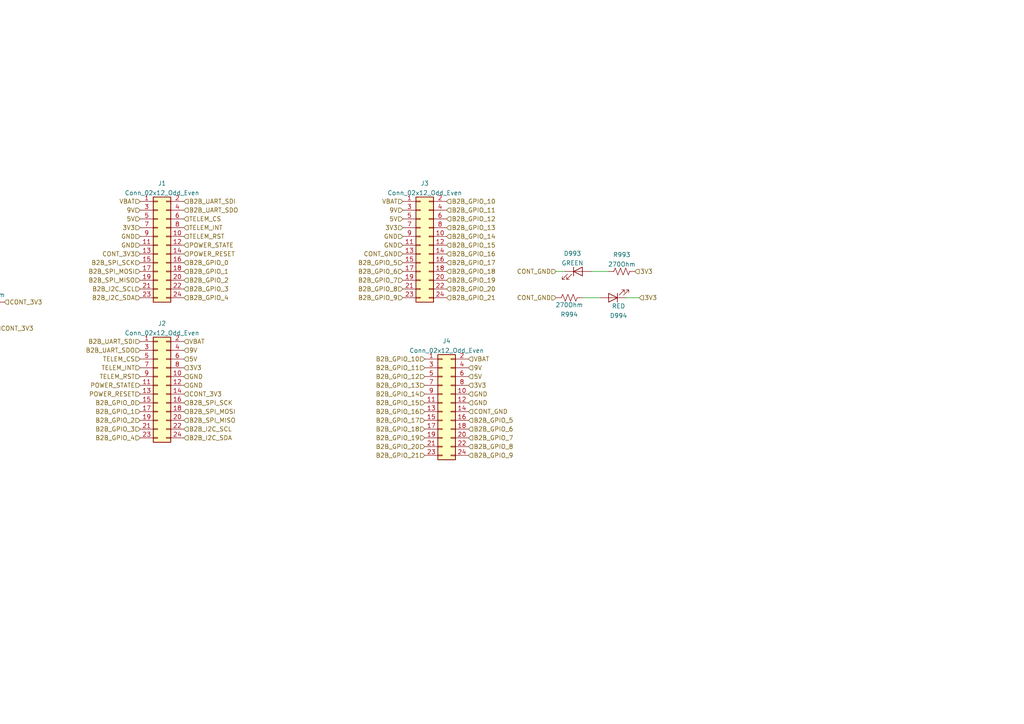
<source format=kicad_sch>
(kicad_sch (version 20211123) (generator eeschema)
  (paper "A4")
  (lib_symbols
    (symbol "Connector_Generic:Conn_02x12_Odd_Even" (pin_names (offset 1.016) hide)
      (property "Reference" "J" (at 1.27 15.24 0))
      (property "Value" "Conn_02x12_Odd_Even" (at 1.27 -17.78 0))
      (symbol "Conn_02x12_Odd_Even_1_1"
        (rectangle (start -1.27 -15.113) (end 0 -15.367) (stroke (width 0.1524)))
        (rectangle (start -1.27 -12.573) (end 0 -12.827) (stroke (width 0.1524)))
        (rectangle (start -1.27 -10.033) (end 0 -10.287) (stroke (width 0.1524)))
        (rectangle (start -1.27 -7.493) (end 0 -7.747) (stroke (width 0.1524)))
        (rectangle (start -1.27 -4.953) (end 0 -5.207) (stroke (width 0.1524)))
        (rectangle (start -1.27 -2.413) (end 0 -2.667) (stroke (width 0.1524)))
        (rectangle (start -1.27 0.127) (end 0 -0.127) (stroke (width 0.1524)))
        (rectangle (start -1.27 2.667) (end 0 2.413) (stroke (width 0.1524)))
        (rectangle (start -1.27 5.207) (end 0 4.953) (stroke (width 0.1524)))
        (rectangle (start -1.27 7.747) (end 0 7.493) (stroke (width 0.1524)))
        (rectangle (start -1.27 10.287) (end 0 10.033) (stroke (width 0.1524)))
        (rectangle (start -1.27 12.827) (end 0 12.573) (stroke (width 0.1524)))
        (rectangle (start -1.27 13.97) (end 3.81 -16.51) (stroke (width 0.254)) (fill (type background)))
        (rectangle (start 3.81 -15.113) (end 2.54 -15.367) (stroke (width 0.1524)))
        (rectangle (start 3.81 -12.573) (end 2.54 -12.827) (stroke (width 0.1524)))
        (rectangle (start 3.81 -10.033) (end 2.54 -10.287) (stroke (width 0.1524)))
        (rectangle (start 3.81 -7.493) (end 2.54 -7.747) (stroke (width 0.1524)))
        (rectangle (start 3.81 -4.953) (end 2.54 -5.207) (stroke (width 0.1524)))
        (rectangle (start 3.81 -2.413) (end 2.54 -2.667) (stroke (width 0.1524)))
        (rectangle (start 3.81 0.127) (end 2.54 -0.127) (stroke (width 0.1524)))
        (rectangle (start 3.81 2.667) (end 2.54 2.413) (stroke (width 0.1524)))
        (rectangle (start 3.81 5.207) (end 2.54 4.953) (stroke (width 0.1524)))
        (rectangle (start 3.81 7.747) (end 2.54 7.493) (stroke (width 0.1524)))
        (rectangle (start 3.81 10.287) (end 2.54 10.033) (stroke (width 0.1524)))
        (rectangle (start 3.81 12.827) (end 2.54 12.573) (stroke (width 0.1524)))
        (pin passive line (at -5.08 12.7 0) (length 3.81) (name "Pin_1") (number "1"))
        (pin passive line (at 7.62 2.54 180) (length 3.81) (name "Pin_10") (number "10"))
        (pin passive line (at -5.08 0 0) (length 3.81) (name "Pin_11") (number "11"))
        (pin passive line (at 7.62 0 180) (length 3.81) (name "Pin_12") (number "12"))
        (pin passive line (at -5.08 -2.54 0) (length 3.81) (name "Pin_13") (number "13"))
        (pin passive line (at 7.62 -2.54 180) (length 3.81) (name "Pin_14") (number "14"))
        (pin passive line (at -5.08 -5.08 0) (length 3.81) (name "Pin_15") (number "15"))
        (pin passive line (at 7.62 -5.08 180) (length 3.81) (name "Pin_16") (number "16"))
        (pin passive line (at -5.08 -7.62 0) (length 3.81) (name "Pin_17") (number "17"))
        (pin passive line (at 7.62 -7.62 180) (length 3.81) (name "Pin_18") (number "18"))
        (pin passive line (at -5.08 -10.16 0) (length 3.81) (name "Pin_19") (number "19"))
        (pin passive line (at 7.62 12.7 180) (length 3.81) (name "Pin_2") (number "2"))
        (pin passive line (at 7.62 -10.16 180) (length 3.81) (name "Pin_20") (number "20"))
        (pin passive line (at -5.08 -12.7 0) (length 3.81) (name "Pin_21") (number "21"))
        (pin passive line (at 7.62 -12.7 180) (length 3.81) (name "Pin_22") (number "22"))
        (pin passive line (at -5.08 -15.24 0) (length 3.81) (name "Pin_23") (number "23"))
        (pin passive line (at 7.62 -15.24 180) (length 3.81) (name "Pin_24") (number "24"))
        (pin passive line (at -5.08 10.16 0) (length 3.81) (name "Pin_3") (number "3"))
        (pin passive line (at 7.62 10.16 180) (length 3.81) (name "Pin_4") (number "4"))
        (pin passive line (at -5.08 7.62 0) (length 3.81) (name "Pin_5") (number "5"))
        (pin passive line (at 7.62 7.62 180) (length 3.81) (name "Pin_6") (number "6"))
        (pin passive line (at -5.08 5.08 0) (length 3.81) (name "Pin_7") (number "7"))
        (pin passive line (at 7.62 5.08 180) (length 3.81) (name "Pin_8") (number "8"))
        (pin passive line (at -5.08 2.54 0) (length 3.81) (name "Pin_9") (number "9"))
      )
    )
    (symbol "D24V50F5:LED" (pin_numbers hide) (pin_names (offset 1.016) hide)
      (property "Reference" "D" (at 0 2.54 0))
      (property "Value" "LED" (at 0 -2.54 0))
      (symbol "LED_0_1"
        (polyline (pts (xy -1.27 -1.27) (xy -1.27 1.27)) (stroke (width 0.2032)))
        (polyline (pts (xy -1.27 0) (xy 1.27 0)))
        (polyline (pts (xy 1.27 -1.27) (xy 1.27 1.27) (xy -1.27 0) (xy 1.27 -1.27)) (stroke (width 0.2032)))
        (polyline (pts (xy -3.048 -0.762) (xy -4.572 -2.286) (xy -3.81 -2.286) (xy -4.572 -2.286) (xy -4.572 -1.524)))
        (polyline (pts (xy -1.778 -0.762) (xy -3.302 -2.286) (xy -2.54 -2.286) (xy -3.302 -2.286) (xy -3.302 -1.524)))
      )
      (symbol "LED_1_1"
        (pin passive line (at -3.81 0 0) (length 2.54) (name "K") (number "1"))
        (pin passive line (at 3.81 0 180) (length 2.54) (name "A") (number "2"))
      )
    )
    (symbol "D24V50F5:R_US" (pin_numbers hide) (pin_names (offset 0))
      (property "Reference" "R" (at 2.54 0 90))
      (property "Value" "R_US" (at -2.54 0 90))
      (symbol "R_US_0_1"
        (polyline (pts (xy 0 -2.286) (xy 0 -2.54)))
        (polyline (pts (xy 0 2.286) (xy 0 2.54)))
        (polyline (pts (xy 0 -0.762) (xy 1.016 -1.143) (xy 0 -1.524) (xy -1.016 -1.905) (xy 0 -2.286)))
        (polyline (pts (xy 0 0.762) (xy 1.016 0.381) (xy 0 0) (xy -1.016 -0.381) (xy 0 -0.762)))
        (polyline (pts (xy 0 2.286) (xy 1.016 1.905) (xy 0 1.524) (xy -1.016 1.143) (xy 0 0.762)))
      )
      (symbol "R_US_1_1"
        (pin passive line (at 0 3.81 270) (length 1.27) (name "~") (number "1"))
        (pin passive line (at 0 -3.81 90) (length 1.27) (name "~") (number "2"))
      )
    )
  )
  (wire (pts (xy 185.42 86.36) (xy 181.61 86.36)))
  (wire (pts (xy 161.29 78.74) (xy 163.83 78.74)))
  (wire (pts (xy -21.59 87.63) (xy -19.05 87.63)))
  (wire (pts (xy -13.97 95.25) (xy -8.89 95.25)))
  (wire (pts (xy 168.91 86.36) (xy 173.99 86.36)))
  (wire (pts (xy -6.35 87.63) (xy -11.43 87.63)))
  (wire (pts (xy 176.53 78.74) (xy 171.45 78.74)))
  (hierarchical_label "B2B_GPIO_11" (shape input) (at 123.19 106.68 180))
  (hierarchical_label "GND" (shape input) (at 135.89 114.3 0))
  (hierarchical_label "B2B_GPIO_21" (shape input) (at 129.54 86.36 0))
  (hierarchical_label "GND" (shape input) (at 40.64 71.12 180))
  (hierarchical_label "TELEM_RST" (shape input) (at 53.34 68.58 0))
  (hierarchical_label "B2B_GPIO_0" (shape input) (at 53.34 76.2 0))
  (hierarchical_label "B2B_GPIO_4" (shape input) (at 40.64 127 180))
  (hierarchical_label "B2B_GPIO_2" (shape input) (at 53.34 81.28 0))
  (hierarchical_label "GND" (shape input) (at 116.84 68.58 180))
  (hierarchical_label "B2B_GPIO_1" (shape input) (at 53.34 78.74 0))
  (hierarchical_label "CONT_GND" (shape input) (at 116.84 73.66 180))
  (hierarchical_label "B2B_GPIO_6" (shape input) (at 116.84 78.74 180))
  (hierarchical_label "B2B_GPIO_1" (shape input) (at 40.64 119.38 180))
  (hierarchical_label "B2B_SPI_MISO" (shape input) (at 53.34 121.92 0))
  (hierarchical_label "TELEM_CS" (shape input) (at 53.34 63.5 0))
  (hierarchical_label "B2B_I2C_SDA" (shape input) (at 40.64 86.36 180))
  (hierarchical_label "B2B_GPIO_19" (shape input) (at 123.19 127 180))
  (hierarchical_label "5V" (shape input) (at 53.34 104.14 0))
  (hierarchical_label "5V" (shape input) (at 116.84 63.5 180))
  (hierarchical_label "B2B_GPIO_19" (shape input) (at 129.54 81.28 0))
  (hierarchical_label "B2B_GPIO_13" (shape input) (at 123.19 111.76 180))
  (hierarchical_label "B2B_GPIO_8" (shape input) (at 135.89 129.54 0))
  (hierarchical_label "TELEM_INT" (shape input) (at 53.34 66.04 0))
  (hierarchical_label "B2B_GPIO_2" (shape input) (at 40.64 121.92 180))
  (hierarchical_label "TELEM_INT" (shape input) (at 40.64 106.68 180))
  (hierarchical_label "CONT_3V3" (shape input) (at 53.34 114.3 0))
  (hierarchical_label "POWER_STATE" (shape input) (at 53.34 71.12 0))
  (hierarchical_label "5V" (shape input) (at 40.64 63.5 180))
  (hierarchical_label "VBAT" (shape input) (at 40.64 58.42 180))
  (hierarchical_label "3V3" (shape input) (at 40.64 66.04 180))
  (hierarchical_label "B2B_SPI_SCK" (shape input) (at 40.64 76.2 180))
  (hierarchical_label "B2B_GPIO_10" (shape input) (at 129.54 58.42 0))
  (hierarchical_label "B2B_GPIO_17" (shape input) (at 123.19 121.92 180))
  (hierarchical_label "B2B_GPIO_15" (shape input) (at 123.19 116.84 180))
  (hierarchical_label "3V3" (shape input) (at -21.59 95.25 180))
  (hierarchical_label "TELEM_CS" (shape input) (at 40.64 104.14 180))
  (hierarchical_label "3V3" (shape input) (at 184.15 78.74 0))
  (hierarchical_label "B2B_GPIO_10" (shape input) (at 123.19 104.14 180))
  (hierarchical_label "CONT_GND" (shape input) (at 161.29 78.74 180))
  (hierarchical_label "B2B_GPIO_20" (shape input) (at 129.54 83.82 0))
  (hierarchical_label "B2B_GPIO_5" (shape input) (at 135.89 121.92 0))
  (hierarchical_label "9V" (shape input) (at 135.89 106.68 0))
  (hierarchical_label "VBAT" (shape input) (at 53.34 99.06 0))
  (hierarchical_label "B2B_GPIO_21" (shape input) (at 123.19 132.08 180))
  (hierarchical_label "CONT_GND" (shape input) (at 135.89 119.38 0))
  (hierarchical_label "B2B_GPIO_16" (shape input) (at 129.54 73.66 0))
  (hierarchical_label "CONT_3V3" (shape input) (at 1.27 87.63 0))
  (hierarchical_label "POWER_STATE" (shape input) (at 40.64 111.76 180))
  (hierarchical_label "POWER_RESET" (shape input) (at 53.34 73.66 0))
  (hierarchical_label "B2B_GPIO_18" (shape input) (at 123.19 124.46 180))
  (hierarchical_label "3V3" (shape input) (at 135.89 111.76 0))
  (hierarchical_label "B2B_GPIO_7" (shape input) (at 135.89 127 0))
  (hierarchical_label "3V3" (shape input) (at 116.84 66.04 180))
  (hierarchical_label "GND" (shape input) (at 116.84 71.12 180))
  (hierarchical_label "B2B_I2C_SCL" (shape input) (at 53.34 124.46 0))
  (hierarchical_label "B2B_GPIO_12" (shape input) (at 129.54 63.5 0))
  (hierarchical_label "POWER_RESET" (shape input) (at 40.64 114.3 180))
  (hierarchical_label "VBAT" (shape input) (at 135.89 104.14 0))
  (hierarchical_label "B2B_I2C_SCL" (shape input) (at 40.64 83.82 180))
  (hierarchical_label "B2B_SPI_MOSI" (shape input) (at 53.34 119.38 0))
  (hierarchical_label "B2B_GPIO_20" (shape input) (at 123.19 129.54 180))
  (hierarchical_label "B2B_GPIO_8" (shape input) (at 116.84 83.82 180))
  (hierarchical_label "GND" (shape input) (at 135.89 116.84 0))
  (hierarchical_label "B2B_I2C_SDA" (shape input) (at 53.34 127 0))
  (hierarchical_label "B2B_GPIO_6" (shape input) (at 135.89 124.46 0))
  (hierarchical_label "9V" (shape input) (at 40.64 60.96 180))
  (hierarchical_label "3V3" (shape input) (at 53.34 106.68 0))
  (hierarchical_label "B2B_GPIO_3" (shape input) (at 40.64 124.46 180))
  (hierarchical_label "TELEM_RST" (shape input) (at 40.64 109.22 180))
  (hierarchical_label "B2B_GPIO_5" (shape input) (at 116.84 76.2 180))
  (hierarchical_label "B2B_GPIO_7" (shape input) (at 116.84 81.28 180))
  (hierarchical_label "B2B_GPIO_9" (shape input) (at 135.89 132.08 0))
  (hierarchical_label "B2B_UART_SDO" (shape input) (at 53.34 60.96 0))
  (hierarchical_label "B2B_GPIO_14" (shape input) (at 123.19 114.3 180))
  (hierarchical_label "B2B_GPIO_9" (shape input) (at 116.84 86.36 180))
  (hierarchical_label "VBAT" (shape input) (at 116.84 58.42 180))
  (hierarchical_label "5V" (shape input) (at 135.89 109.22 0))
  (hierarchical_label "CONT_GND" (shape input) (at 161.29 86.36 180))
  (hierarchical_label "B2B_UART_SDI" (shape input) (at 40.64 99.06 180))
  (hierarchical_label "GND" (shape input) (at 53.34 109.22 0))
  (hierarchical_label "B2B_GPIO_15" (shape input) (at 129.54 71.12 0))
  (hierarchical_label "B2B_UART_SDI" (shape input) (at 53.34 58.42 0))
  (hierarchical_label "B2B_GPIO_16" (shape input) (at 123.19 119.38 180))
  (hierarchical_label "B2B_GPIO_0" (shape input) (at 40.64 116.84 180))
  (hierarchical_label "CONT_3V3" (shape input) (at 40.64 73.66 180))
  (hierarchical_label "GND" (shape input) (at -21.59 87.63 180))
  (hierarchical_label "B2B_GPIO_11" (shape input) (at 129.54 60.96 0))
  (hierarchical_label "B2B_SPI_MOSI" (shape input) (at 40.64 78.74 180))
  (hierarchical_label "B2B_GPIO_3" (shape input) (at 53.34 83.82 0))
  (hierarchical_label "B2B_GPIO_17" (shape input) (at 129.54 76.2 0))
  (hierarchical_label "CONT_3V3" (shape input) (at -1.27 95.25 0))
  (hierarchical_label "B2B_SPI_SCK" (shape input) (at 53.34 116.84 0))
  (hierarchical_label "GND" (shape input) (at 40.64 68.58 180))
  (hierarchical_label "B2B_SPI_MISO" (shape input) (at 40.64 81.28 180))
  (hierarchical_label "GND" (shape input) (at 53.34 111.76 0))
  (hierarchical_label "9V" (shape input) (at 53.34 101.6 0))
  (hierarchical_label "B2B_GPIO_13" (shape input) (at 129.54 66.04 0))
  (hierarchical_label "B2B_GPIO_14" (shape input) (at 129.54 68.58 0))
  (hierarchical_label "9V" (shape input) (at 116.84 60.96 180))
  (hierarchical_label "B2B_GPIO_4" (shape input) (at 53.34 86.36 0))
  (hierarchical_label "3V3" (shape input) (at 185.42 86.36 0))
  (hierarchical_label "B2B_GPIO_12" (shape input) (at 123.19 109.22 180))
  (hierarchical_label "B2B_GPIO_18" (shape input) (at 129.54 78.74 0))
  (hierarchical_label "B2B_UART_SDO" (shape input) (at 40.64 101.6 180))
  (symbol (lib_id "D24V50F5:LED") (at -5.08 95.25 180) (unit 1)
    (property "Reference" "D992" (at -3.4798 100.4611 0))
    (property "Value" "RED" (at -3.4798 97.686 0))
    (property "Footprint" "LED_SMD:LED_0805_2012Metric" (effects hide))
  )
  (symbol (lib_id "Connector_Generic:Conn_02x12_Odd_Even") (at 121.92 71.12 0) (unit 1)
    (property "Reference" "J3" (at 123.19 53.1835 0))
    (property "Value" "Conn_02x12_Odd_Even" (at 123.19 55.9586 0))
    (property "Footprint" "Connector_PinHeader_2.54mm:PinHeader_2x12_P2.54mm_Vertical_SMD" (effects hide))
  )
  (symbol (lib_id "D24V50F5:LED") (at 177.8 86.36 180) (unit 1)
    (property "Reference" "D994" (at 179.4002 91.5711 0))
    (property "Value" "RED" (at 179.4002 88.796 0))
    (property "Footprint" "LED_SMD:LED_0805_2012Metric" (effects hide))
  )
  (symbol (lib_id "D24V50F5:R_US") (at -17.78 95.25 270) (unit 1)
    (property "Reference" "R992" (at -17.78 100.1055 90))
    (property "Value" "270Ohm" (at -17.78 97.3304 90))
    (property "Footprint" "Resistor_SMD:R_0805_2012Metric" (effects hide))
  )
  (symbol (lib_id "D24V50F5:LED") (at 167.64 78.74 0) (unit 1)
    (property "Reference" "D993" (at 166.0398 73.5289 0))
    (property "Value" "GREEN" (at 166.0398 76.304 0))
    (property "Footprint" "LED_SMD:LED_0805_2012Metric" (effects hide))
  )
  (symbol (lib_id "D24V50F5:R_US") (at 165.1 86.36 270) (unit 1)
    (property "Reference" "R994" (at 165.1 91.2155 90))
    (property "Value" "270Ohm" (at 165.1 88.4404 90))
    (property "Footprint" "Resistor_SMD:R_0805_2012Metric" (effects hide))
  )
  (symbol (lib_id "D24V50F5:R_US") (at 180.34 78.74 90) (unit 1)
    (property "Reference" "R993" (at 180.34 73.8845 90))
    (property "Value" "270Ohm" (at 180.34 76.6596 90))
    (property "Footprint" "Resistor_SMD:R_0805_2012Metric" (effects hide))
  )
  (symbol (lib_id "D24V50F5:R_US") (at -2.54 87.63 90) (unit 1)
    (property "Reference" "R991" (at -2.54 82.7745 90))
    (property "Value" "270Ohm" (at -2.54 85.5496 90))
    (property "Footprint" "Resistor_SMD:R_0805_2012Metric" (effects hide))
  )
  (symbol (lib_id "Connector_Generic:Conn_02x12_Odd_Even") (at 45.72 71.12 0) (unit 1)
    (property "Reference" "J1" (at 46.99 53.1835 0))
    (property "Value" "Conn_02x12_Odd_Even" (at 46.99 55.9586 0))
    (property "Footprint" "Connector_PinHeader_2.54mm:PinHeader_2x12_P2.54mm_Vertical_SMD" (effects hide))
  )
  (symbol (lib_id "D24V50F5:LED") (at -15.24 87.63 0) (unit 1)
    (property "Reference" "D991" (at -16.8402 82.4189 0))
    (property "Value" "GREEN" (at -16.8402 85.194 0))
    (property "Footprint" "LED_SMD:LED_0805_2012Metric" (effects hide))
  )
  (symbol (lib_id "Connector_Generic:Conn_02x12_Odd_Even") (at 45.72 111.76 0) (unit 1)
    (property "Reference" "J2" (at 46.99 93.8235 0))
    (property "Value" "Conn_02x12_Odd_Even" (at 46.99 96.5986 0))
    (property "Footprint" "Connector_PinHeader_2.54mm:PinHeader_2x12_P2.54mm_Vertical_SMD" (effects hide))
  )
  (symbol (lib_id "Connector_Generic:Conn_02x12_Odd_Even") (at 128.27 116.84 0) (unit 1)
    (property "Reference" "J4" (at 129.54 98.9035 0))
    (property "Value" "Conn_02x12_Odd_Even" (at 129.54 101.6786 0))
    (property "Footprint" "Connector_PinHeader_2.54mm:PinHeader_2x12_P2.54mm_Vertical_SMD" (effects hide))
  )
)
</source>
